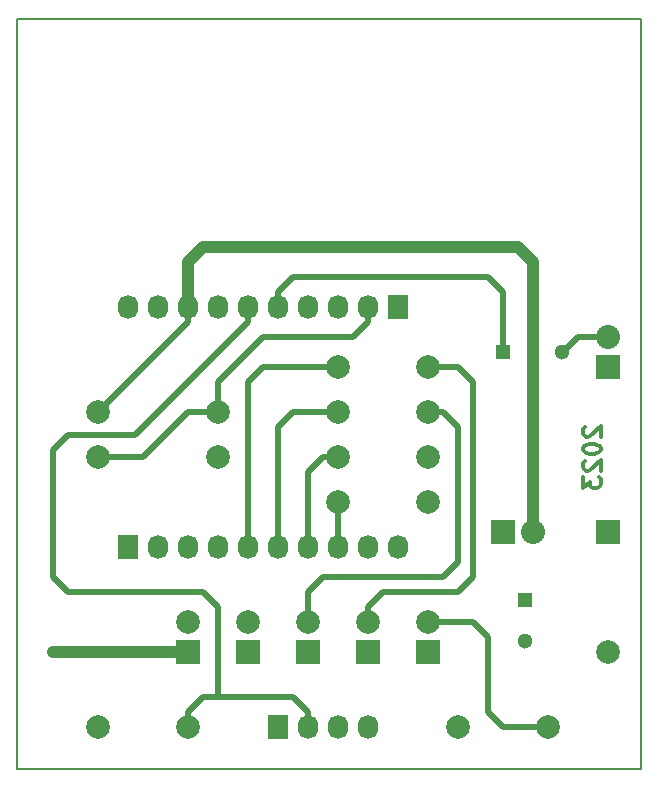
<source format=gbr>
G04 #@! TF.GenerationSoftware,KiCad,Pcbnew,5.1.5+dfsg1-2build2*
G04 #@! TF.CreationDate,2024-03-17T19:22:37+01:00*
G04 #@! TF.ProjectId,mm7d,6d6d3764-2e6b-4696-9361-645f70636258,231006*
G04 #@! TF.SameCoordinates,Original*
G04 #@! TF.FileFunction,Copper,L2,Bot*
G04 #@! TF.FilePolarity,Positive*
%FSLAX46Y46*%
G04 Gerber Fmt 4.6, Leading zero omitted, Abs format (unit mm)*
G04 Created by KiCad (PCBNEW 5.1.5+dfsg1-2build2) date 2024-03-17 19:22:37*
%MOMM*%
%LPD*%
G04 APERTURE LIST*
%ADD10C,0.300000*%
%ADD11C,0.150000*%
%ADD12C,1.998980*%
%ADD13R,2.000000X2.000000*%
%ADD14C,2.000000*%
%ADD15R,1.727200X2.032000*%
%ADD16O,1.727200X2.032000*%
%ADD17R,1.300000X1.300000*%
%ADD18C,1.300000*%
%ADD19R,2.032000X2.032000*%
%ADD20O,2.032000X2.032000*%
%ADD21R,1.998980X1.998980*%
%ADD22C,0.600000*%
%ADD23C,0.250000*%
%ADD24C,1.000000*%
%ADD25C,0.500000*%
G04 APERTURE END LIST*
D10*
X172041428Y-101568571D02*
X171970000Y-101640000D01*
X171898571Y-101782857D01*
X171898571Y-102140000D01*
X171970000Y-102282857D01*
X172041428Y-102354285D01*
X172184285Y-102425714D01*
X172327142Y-102425714D01*
X172541428Y-102354285D01*
X173398571Y-101497142D01*
X173398571Y-102425714D01*
X171898571Y-103354285D02*
X171898571Y-103497142D01*
X171970000Y-103640000D01*
X172041428Y-103711428D01*
X172184285Y-103782857D01*
X172470000Y-103854285D01*
X172827142Y-103854285D01*
X173112857Y-103782857D01*
X173255714Y-103711428D01*
X173327142Y-103640000D01*
X173398571Y-103497142D01*
X173398571Y-103354285D01*
X173327142Y-103211428D01*
X173255714Y-103140000D01*
X173112857Y-103068571D01*
X172827142Y-102997142D01*
X172470000Y-102997142D01*
X172184285Y-103068571D01*
X172041428Y-103140000D01*
X171970000Y-103211428D01*
X171898571Y-103354285D01*
X172041428Y-104425714D02*
X171970000Y-104497142D01*
X171898571Y-104640000D01*
X171898571Y-104997142D01*
X171970000Y-105140000D01*
X172041428Y-105211428D01*
X172184285Y-105282857D01*
X172327142Y-105282857D01*
X172541428Y-105211428D01*
X173398571Y-104354285D01*
X173398571Y-105282857D01*
X171898571Y-105782857D02*
X171898571Y-106711428D01*
X172470000Y-106211428D01*
X172470000Y-106425714D01*
X172541428Y-106568571D01*
X172612857Y-106640000D01*
X172755714Y-106711428D01*
X173112857Y-106711428D01*
X173255714Y-106640000D01*
X173327142Y-106568571D01*
X173398571Y-106425714D01*
X173398571Y-105997142D01*
X173327142Y-105854285D01*
X173255714Y-105782857D01*
D11*
X123952000Y-67056000D02*
X123952000Y-130556000D01*
X176784000Y-67056000D02*
X123952000Y-67056000D01*
X176784000Y-130556000D02*
X176784000Y-67056000D01*
X123952000Y-130556000D02*
X176784000Y-130556000D01*
D12*
X158750000Y-96520000D03*
X151130000Y-96520000D03*
X151130000Y-100330000D03*
X158750000Y-100330000D03*
X151130000Y-107950000D03*
X158750000Y-107950000D03*
X151130000Y-104140000D03*
X158750000Y-104140000D03*
X130810000Y-127000000D03*
X138430000Y-127000000D03*
X130810000Y-100330000D03*
X140970000Y-100330000D03*
X130810000Y-104140000D03*
X140970000Y-104140000D03*
D13*
X138430000Y-120650000D03*
D14*
X138430000Y-118110000D03*
D13*
X143510000Y-120650000D03*
D14*
X143510000Y-118110000D03*
D13*
X148590000Y-120650000D03*
D14*
X148590000Y-118110000D03*
D13*
X153670000Y-120650000D03*
D14*
X153670000Y-118110000D03*
D13*
X158750000Y-120650000D03*
D14*
X158750000Y-118110000D03*
D15*
X146050000Y-127000000D03*
D16*
X148590000Y-127000000D03*
X151130000Y-127000000D03*
X153670000Y-127000000D03*
D15*
X133350000Y-111760000D03*
D16*
X135890000Y-111760000D03*
X138430000Y-111760000D03*
X140970000Y-111760000D03*
X143510000Y-111760000D03*
X146050000Y-111760000D03*
X148590000Y-111760000D03*
X151130000Y-111760000D03*
X153670000Y-111760000D03*
X156210000Y-111760000D03*
D15*
X156210000Y-91440000D03*
D16*
X153670000Y-91440000D03*
X151130000Y-91440000D03*
X148590000Y-91440000D03*
X146050000Y-91440000D03*
X143510000Y-91440000D03*
X140970000Y-91440000D03*
X138430000Y-91440000D03*
X135890000Y-91440000D03*
X133350000Y-91440000D03*
D17*
X165100000Y-95250000D03*
D18*
X170100000Y-95250000D03*
D19*
X165100000Y-110490000D03*
D20*
X167640000Y-110490000D03*
D19*
X173990000Y-96520000D03*
D20*
X173990000Y-93980000D03*
D18*
X167005000Y-119705000D03*
D17*
X167005000Y-116205000D03*
D12*
X168910000Y-127000000D03*
X161290000Y-127000000D03*
X173992540Y-120650000D03*
D21*
X173992540Y-110490000D03*
D22*
X127000000Y-120650000D03*
D23*
X138430000Y-92706000D02*
X138430000Y-91440000D01*
D24*
X167640000Y-110490000D02*
X167640000Y-87630000D01*
X167640000Y-87630000D02*
X166370000Y-86360000D01*
X166370000Y-86360000D02*
X139700000Y-86360000D01*
X139700000Y-86360000D02*
X138430000Y-87630000D01*
X138430000Y-87630000D02*
X138430000Y-91440000D01*
D25*
X138430000Y-92710000D02*
X138430000Y-91440000D01*
X130810000Y-100330000D02*
X138430000Y-92710000D01*
D24*
X127000000Y-120650000D02*
X138430000Y-120650000D01*
D25*
X146050000Y-90170000D02*
X147320000Y-88900000D01*
X163830000Y-88900000D02*
X165100000Y-90170000D01*
X147320000Y-88900000D02*
X163830000Y-88900000D01*
X165100000Y-95250000D02*
X165100000Y-90170000D01*
X146050000Y-90170000D02*
X146050000Y-91440000D01*
X170100000Y-95250000D02*
X170180000Y-95250000D01*
X170180000Y-95250000D02*
X171450000Y-93980000D01*
X171450000Y-93980000D02*
X173990000Y-93980000D01*
X158750000Y-118110000D02*
X162560000Y-118110000D01*
X165100000Y-127000000D02*
X168910000Y-127000000D01*
X163830000Y-125730000D02*
X165100000Y-127000000D01*
X163830000Y-124460000D02*
X163830000Y-125730000D01*
X163830000Y-119380000D02*
X163830000Y-124460000D01*
X162560000Y-118110000D02*
X163830000Y-119380000D01*
X153670000Y-118110000D02*
X153670000Y-116840000D01*
X161290000Y-96520000D02*
X158750000Y-96520000D01*
X162560000Y-97790000D02*
X161290000Y-96520000D01*
X162560000Y-114300000D02*
X162560000Y-97790000D01*
X161290000Y-115570000D02*
X162560000Y-114300000D01*
X154940000Y-115570000D02*
X161290000Y-115570000D01*
X153670000Y-116840000D02*
X154940000Y-115570000D01*
X158750000Y-100330000D02*
X160020000Y-100330000D01*
X148590000Y-115570000D02*
X148590000Y-118110000D01*
X149860000Y-114300000D02*
X148590000Y-115570000D01*
X151130000Y-114300000D02*
X149860000Y-114300000D01*
X153670000Y-114300000D02*
X151130000Y-114300000D01*
X160020000Y-114300000D02*
X153670000Y-114300000D01*
X161290000Y-113030000D02*
X160020000Y-114300000D01*
X161290000Y-101600000D02*
X161290000Y-113030000D01*
X160020000Y-100330000D02*
X161290000Y-101600000D01*
X144780000Y-96520000D02*
X143510000Y-97790000D01*
X143510000Y-97790000D02*
X143510000Y-111760000D01*
X151130000Y-96520000D02*
X144780000Y-96520000D01*
X146050000Y-111760000D02*
X146050000Y-101600000D01*
X147320000Y-100330000D02*
X151130000Y-100330000D01*
X146050000Y-101600000D02*
X147320000Y-100330000D01*
X148590000Y-111760000D02*
X148590000Y-105410000D01*
X149860000Y-104140000D02*
X151130000Y-104140000D01*
X148590000Y-105410000D02*
X149860000Y-104140000D01*
X151130000Y-111760000D02*
X151130000Y-107950000D01*
X129540000Y-115570000D02*
X128270000Y-115570000D01*
X127000000Y-114300000D02*
X127000000Y-113030000D01*
X128270000Y-115570000D02*
X127000000Y-114300000D01*
X140970000Y-124460000D02*
X140970000Y-116840000D01*
X139700000Y-115570000D02*
X129540000Y-115570000D01*
X140970000Y-116840000D02*
X139700000Y-115570000D01*
X143510000Y-91440000D02*
X143510000Y-92710000D01*
X143510000Y-92710000D02*
X133985000Y-102235000D01*
X133985000Y-102235000D02*
X128270000Y-102235000D01*
X128270000Y-102235000D02*
X127000000Y-103505000D01*
X127000000Y-103505000D02*
X127000000Y-113030000D01*
X138430000Y-127000000D02*
X138430000Y-125730000D01*
X148590000Y-125730000D02*
X148590000Y-127000000D01*
X147320000Y-124460000D02*
X148590000Y-125730000D01*
X139700000Y-124460000D02*
X140970000Y-124460000D01*
X140970000Y-124460000D02*
X147320000Y-124460000D01*
X138430000Y-125730000D02*
X139700000Y-124460000D01*
X140970000Y-100330000D02*
X138430000Y-100330000D01*
X140970000Y-100330000D02*
X140970000Y-97790000D01*
X138430000Y-100330000D02*
X134620000Y-104140000D01*
X130810000Y-104140000D02*
X134620000Y-104140000D01*
X140970000Y-97790000D02*
X144780000Y-93980000D01*
X153670000Y-92710000D02*
X153670000Y-91440000D01*
X152400000Y-93980000D02*
X153670000Y-92710000D01*
X144780000Y-93980000D02*
X152400000Y-93980000D01*
M02*

</source>
